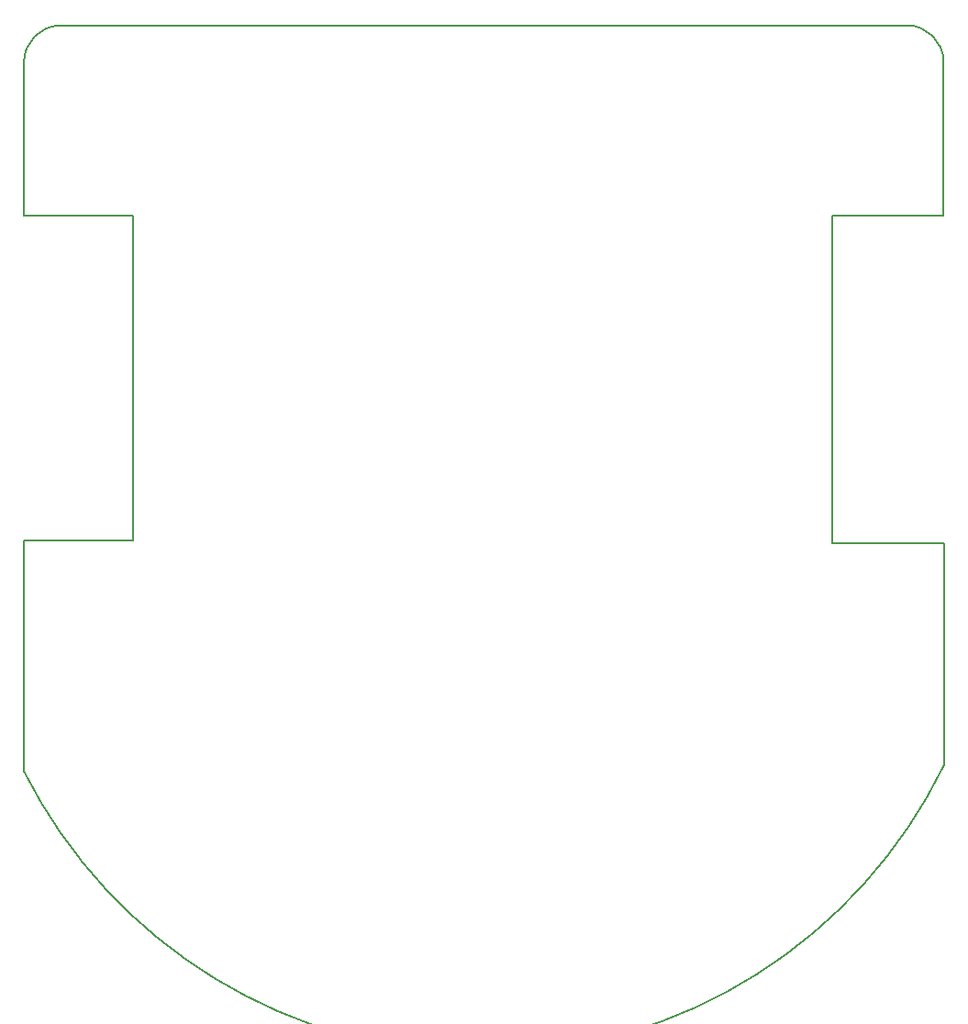
<source format=gm1>
G04 #@! TF.GenerationSoftware,KiCad,Pcbnew,7.0.8*
G04 #@! TF.CreationDate,2024-08-07T19:42:33-07:00*
G04 #@! TF.ProjectId,bloo,626c6f6f-2e6b-4696-9361-645f70636258,rev?*
G04 #@! TF.SameCoordinates,Original*
G04 #@! TF.FileFunction,Profile,NP*
%FSLAX46Y46*%
G04 Gerber Fmt 4.6, Leading zero omitted, Abs format (unit mm)*
G04 Created by KiCad (PCBNEW 7.0.8) date 2024-08-07 19:42:33*
%MOMM*%
%LPD*%
G01*
G04 APERTURE LIST*
G04 #@! TA.AperFunction,Profile*
%ADD10C,0.150000*%
G04 #@! TD*
G04 APERTURE END LIST*
D10*
X162421336Y-94436776D02*
X240605076Y-94429156D01*
X159126956Y-111995796D02*
X169159956Y-111995796D01*
X159111716Y-163260616D02*
X159101556Y-141942396D01*
X233675956Y-111995796D02*
X243948756Y-111993467D01*
X244011216Y-142196396D02*
X233675956Y-142196396D01*
X233675956Y-111995796D02*
X233675956Y-142196396D01*
X243948756Y-111993467D02*
X243970580Y-97761847D01*
X244019561Y-162664069D02*
X244011216Y-142196396D01*
X243970532Y-97761848D02*
G75*
G03*
X240605076Y-94429157I-3370532J-38052D01*
G01*
X159101556Y-141942396D02*
X169159956Y-141942396D01*
X159111722Y-163260613D02*
G75*
G03*
X244019561Y-162664069I42306238J21318213D01*
G01*
X169159956Y-141942396D02*
X169159956Y-111995796D01*
X162421334Y-94436696D02*
G75*
G03*
X159116173Y-97820058I66066J-3370604D01*
G01*
X159126956Y-111995796D02*
X159116173Y-97820058D01*
M02*

</source>
